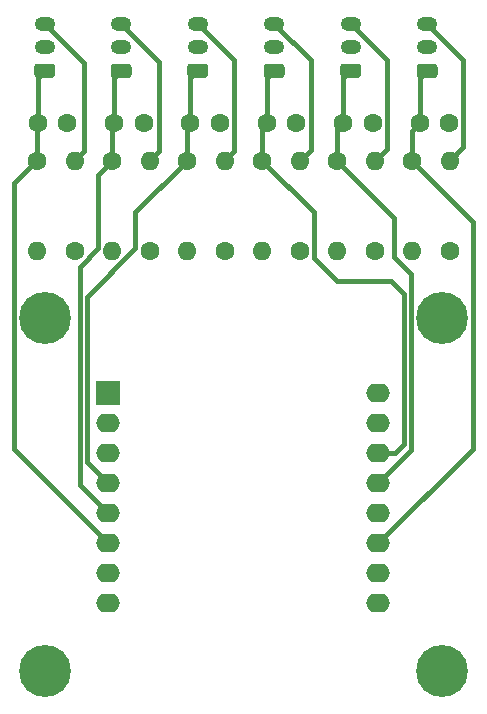
<source format=gbr>
%TF.GenerationSoftware,KiCad,Pcbnew,(5.1.9)-1*%
%TF.CreationDate,2021-04-24T19:21:59-04:00*%
%TF.ProjectId,button_box,62757474-6f6e-45f6-926f-782e6b696361,rev?*%
%TF.SameCoordinates,Original*%
%TF.FileFunction,Copper,L1,Top*%
%TF.FilePolarity,Positive*%
%FSLAX46Y46*%
G04 Gerber Fmt 4.6, Leading zero omitted, Abs format (unit mm)*
G04 Created by KiCad (PCBNEW (5.1.9)-1) date 2021-04-24 19:21:59*
%MOMM*%
%LPD*%
G01*
G04 APERTURE LIST*
%TA.AperFunction,ComponentPad*%
%ADD10C,4.400000*%
%TD*%
%TA.AperFunction,ComponentPad*%
%ADD11O,2.000000X1.600000*%
%TD*%
%TA.AperFunction,ComponentPad*%
%ADD12R,2.000000X2.000000*%
%TD*%
%TA.AperFunction,ComponentPad*%
%ADD13O,1.600000X1.600000*%
%TD*%
%TA.AperFunction,ComponentPad*%
%ADD14C,1.600000*%
%TD*%
%TA.AperFunction,ComponentPad*%
%ADD15O,1.750000X1.200000*%
%TD*%
%TA.AperFunction,Conductor*%
%ADD16C,0.400000*%
%TD*%
%TA.AperFunction,Conductor*%
%ADD17C,0.250000*%
%TD*%
G04 APERTURE END LIST*
D10*
%TO.P,hole,4*%
%TO.N,N/C*%
X107315000Y-102250000D03*
%TD*%
%TO.P,hole,3*%
%TO.N,N/C*%
X140970000Y-102250000D03*
%TD*%
%TO.P,hole,2*%
%TO.N,N/C*%
X140970000Y-132095000D03*
%TD*%
%TO.P,hole,1*%
%TO.N,N/C*%
X107315000Y-132095000D03*
%TD*%
D11*
%TO.P,U1,2*%
%TO.N,Net-(U1-Pad2)*%
X112710000Y-111140000D03*
D12*
%TO.P,U1,1*%
%TO.N,Net-(U1-Pad1)*%
X112710000Y-108600000D03*
D11*
%TO.P,U1,3*%
%TO.N,Net-(U1-Pad3)*%
X112710000Y-113680000D03*
%TO.P,U1,4*%
%TO.N,Net-(C3-Pad1)*%
X112710000Y-116220000D03*
%TO.P,U1,5*%
%TO.N,Net-(C2-Pad1)*%
X112710000Y-118760000D03*
%TO.P,U1,6*%
%TO.N,Net-(C1-Pad1)*%
X112710000Y-121300000D03*
%TO.P,U1,7*%
%TO.N,Net-(U1-Pad7)*%
X112710000Y-123840000D03*
%TO.P,U1,8*%
%TO.N,Net-(R10-Pad2)*%
X112710000Y-126380000D03*
%TO.P,U1,9*%
%TO.N,Net-(R1-Pad1)*%
X135570000Y-126380000D03*
%TO.P,U1,10*%
%TO.N,Net-(C1-Pad2)*%
X135570000Y-123840000D03*
%TO.P,U1,11*%
%TO.N,Net-(C6-Pad1)*%
X135570000Y-121300000D03*
%TO.P,U1,12*%
%TO.N,Net-(U1-Pad12)*%
X135570000Y-118760000D03*
%TO.P,U1,13*%
%TO.N,Net-(C5-Pad1)*%
X135570000Y-116220000D03*
%TO.P,U1,14*%
%TO.N,Net-(C4-Pad1)*%
X135570000Y-113680000D03*
%TO.P,U1,15*%
%TO.N,Net-(U1-Pad15)*%
X135570000Y-111140000D03*
%TO.P,U1,16*%
%TO.N,Net-(U1-Pad16)*%
X135570000Y-108600000D03*
%TD*%
D13*
%TO.P,R3,2*%
%TO.N,Net-(J4-Pad3)*%
X122555000Y-88900000D03*
D14*
%TO.P,R3,1*%
%TO.N,Net-(R1-Pad1)*%
X122555000Y-96520000D03*
%TD*%
%TO.P,C1,1*%
%TO.N,Net-(C1-Pad1)*%
X106720000Y-85725000D03*
%TO.P,C1,2*%
%TO.N,Net-(C1-Pad2)*%
X109220000Y-85725000D03*
%TD*%
%TO.P,C2,2*%
%TO.N,Net-(C1-Pad2)*%
X115689000Y-85725000D03*
%TO.P,C2,1*%
%TO.N,Net-(C2-Pad1)*%
X113189000Y-85725000D03*
%TD*%
%TO.P,C3,2*%
%TO.N,Net-(C1-Pad2)*%
X122158000Y-85725000D03*
%TO.P,C3,1*%
%TO.N,Net-(C3-Pad1)*%
X119658000Y-85725000D03*
%TD*%
%TO.P,C4,1*%
%TO.N,Net-(C4-Pad1)*%
X126127000Y-85725000D03*
%TO.P,C4,2*%
%TO.N,Net-(C1-Pad2)*%
X128627000Y-85725000D03*
%TD*%
%TO.P,C5,2*%
%TO.N,Net-(C1-Pad2)*%
X135096000Y-85725000D03*
%TO.P,C5,1*%
%TO.N,Net-(C5-Pad1)*%
X132596000Y-85725000D03*
%TD*%
%TO.P,C6,1*%
%TO.N,Net-(C6-Pad1)*%
X139065000Y-85725000D03*
%TO.P,C6,2*%
%TO.N,Net-(C1-Pad2)*%
X141565000Y-85725000D03*
%TD*%
D15*
%TO.P,JST6,3*%
%TO.N,Net-(J1-Pad3)*%
X139700000Y-77280000D03*
%TO.P,JST6,2*%
%TO.N,Net-(C1-Pad2)*%
X139700000Y-79280000D03*
%TO.P,JST6,1*%
%TO.N,Net-(C6-Pad1)*%
%TA.AperFunction,ComponentPad*%
G36*
G01*
X140325001Y-81880000D02*
X139074999Y-81880000D01*
G75*
G02*
X138825000Y-81630001I0J249999D01*
G01*
X138825000Y-80929999D01*
G75*
G02*
X139074999Y-80680000I249999J0D01*
G01*
X140325001Y-80680000D01*
G75*
G02*
X140575000Y-80929999I0J-249999D01*
G01*
X140575000Y-81630001D01*
G75*
G02*
X140325001Y-81880000I-249999J0D01*
G01*
G37*
%TD.AperFunction*%
%TD*%
%TO.P,JST5,1*%
%TO.N,Net-(C5-Pad1)*%
%TA.AperFunction,ComponentPad*%
G36*
G01*
X133848001Y-81880000D02*
X132597999Y-81880000D01*
G75*
G02*
X132348000Y-81630001I0J249999D01*
G01*
X132348000Y-80929999D01*
G75*
G02*
X132597999Y-80680000I249999J0D01*
G01*
X133848001Y-80680000D01*
G75*
G02*
X134098000Y-80929999I0J-249999D01*
G01*
X134098000Y-81630001D01*
G75*
G02*
X133848001Y-81880000I-249999J0D01*
G01*
G37*
%TD.AperFunction*%
%TO.P,JST5,2*%
%TO.N,Net-(C1-Pad2)*%
X133223000Y-79280000D03*
%TO.P,JST5,3*%
%TO.N,Net-(J2-Pad3)*%
X133223000Y-77280000D03*
%TD*%
%TO.P,JST4,3*%
%TO.N,Net-(J3-Pad3)*%
X126746000Y-77280000D03*
%TO.P,JST4,2*%
%TO.N,Net-(C1-Pad2)*%
X126746000Y-79280000D03*
%TO.P,JST4,1*%
%TO.N,Net-(C4-Pad1)*%
%TA.AperFunction,ComponentPad*%
G36*
G01*
X127371001Y-81880000D02*
X126120999Y-81880000D01*
G75*
G02*
X125871000Y-81630001I0J249999D01*
G01*
X125871000Y-80929999D01*
G75*
G02*
X126120999Y-80680000I249999J0D01*
G01*
X127371001Y-80680000D01*
G75*
G02*
X127621000Y-80929999I0J-249999D01*
G01*
X127621000Y-81630001D01*
G75*
G02*
X127371001Y-81880000I-249999J0D01*
G01*
G37*
%TD.AperFunction*%
%TD*%
%TO.P,JST3,1*%
%TO.N,Net-(C3-Pad1)*%
%TA.AperFunction,ComponentPad*%
G36*
G01*
X120894001Y-81880000D02*
X119643999Y-81880000D01*
G75*
G02*
X119394000Y-81630001I0J249999D01*
G01*
X119394000Y-80929999D01*
G75*
G02*
X119643999Y-80680000I249999J0D01*
G01*
X120894001Y-80680000D01*
G75*
G02*
X121144000Y-80929999I0J-249999D01*
G01*
X121144000Y-81630001D01*
G75*
G02*
X120894001Y-81880000I-249999J0D01*
G01*
G37*
%TD.AperFunction*%
%TO.P,JST3,2*%
%TO.N,Net-(C1-Pad2)*%
X120269000Y-79280000D03*
%TO.P,JST3,3*%
%TO.N,Net-(J4-Pad3)*%
X120269000Y-77280000D03*
%TD*%
%TO.P,JST2,3*%
%TO.N,Net-(J5-Pad3)*%
X113792000Y-77280000D03*
%TO.P,JST2,2*%
%TO.N,Net-(C1-Pad2)*%
X113792000Y-79280000D03*
%TO.P,JST2,1*%
%TO.N,Net-(C2-Pad1)*%
%TA.AperFunction,ComponentPad*%
G36*
G01*
X114417001Y-81880000D02*
X113166999Y-81880000D01*
G75*
G02*
X112917000Y-81630001I0J249999D01*
G01*
X112917000Y-80929999D01*
G75*
G02*
X113166999Y-80680000I249999J0D01*
G01*
X114417001Y-80680000D01*
G75*
G02*
X114667000Y-80929999I0J-249999D01*
G01*
X114667000Y-81630001D01*
G75*
G02*
X114417001Y-81880000I-249999J0D01*
G01*
G37*
%TD.AperFunction*%
%TD*%
%TO.P,JST1,3*%
%TO.N,Net-(J6-Pad3)*%
X107315000Y-77280000D03*
%TO.P,JST1,2*%
%TO.N,Net-(C1-Pad2)*%
X107315000Y-79280000D03*
%TO.P,JST1,1*%
%TO.N,Net-(C1-Pad1)*%
%TA.AperFunction,ComponentPad*%
G36*
G01*
X107940001Y-81880000D02*
X106689999Y-81880000D01*
G75*
G02*
X106440000Y-81630001I0J249999D01*
G01*
X106440000Y-80929999D01*
G75*
G02*
X106689999Y-80680000I249999J0D01*
G01*
X107940001Y-80680000D01*
G75*
G02*
X108190000Y-80929999I0J-249999D01*
G01*
X108190000Y-81630001D01*
G75*
G02*
X107940001Y-81880000I-249999J0D01*
G01*
G37*
%TD.AperFunction*%
%TD*%
D13*
%TO.P,R1,2*%
%TO.N,Net-(J6-Pad3)*%
X109855000Y-88900000D03*
D14*
%TO.P,R1,1*%
%TO.N,Net-(R1-Pad1)*%
X109855000Y-96520000D03*
%TD*%
%TO.P,R2,1*%
%TO.N,Net-(R1-Pad1)*%
X116205000Y-96520000D03*
D13*
%TO.P,R2,2*%
%TO.N,Net-(J5-Pad3)*%
X116205000Y-88900000D03*
%TD*%
D14*
%TO.P,R4,1*%
%TO.N,Net-(R1-Pad1)*%
X128905000Y-96520000D03*
D13*
%TO.P,R4,2*%
%TO.N,Net-(J3-Pad3)*%
X128905000Y-88900000D03*
%TD*%
%TO.P,R5,2*%
%TO.N,Net-(J2-Pad3)*%
X135255000Y-88900000D03*
D14*
%TO.P,R5,1*%
%TO.N,Net-(R1-Pad1)*%
X135255000Y-96520000D03*
%TD*%
%TO.P,R6,1*%
%TO.N,Net-(R1-Pad1)*%
X141605000Y-96520000D03*
D13*
%TO.P,R6,2*%
%TO.N,Net-(J1-Pad3)*%
X141605000Y-88900000D03*
%TD*%
%TO.P,4.7K,2*%
%TO.N,Net-(R10-Pad2)*%
X106680000Y-96520000D03*
D14*
%TO.P,4.7K,1*%
%TO.N,Net-(C1-Pad1)*%
X106680000Y-88900000D03*
%TD*%
%TO.P,4.7K,1*%
%TO.N,Net-(C2-Pad1)*%
X113030000Y-88900000D03*
D13*
%TO.P,4.7K,2*%
%TO.N,Net-(R10-Pad2)*%
X113030000Y-96520000D03*
%TD*%
%TO.P,4.7K,2*%
%TO.N,Net-(R10-Pad2)*%
X119380000Y-96520000D03*
D14*
%TO.P,4.7K,1*%
%TO.N,Net-(C3-Pad1)*%
X119380000Y-88900000D03*
%TD*%
%TO.P,4.7K,1*%
%TO.N,Net-(C4-Pad1)*%
X125730000Y-88900000D03*
D13*
%TO.P,4.7K,2*%
%TO.N,Net-(R10-Pad2)*%
X125730000Y-96520000D03*
%TD*%
%TO.P,4.7K,2*%
%TO.N,Net-(R10-Pad2)*%
X132080000Y-96520000D03*
D14*
%TO.P,4.7K,1*%
%TO.N,Net-(C5-Pad1)*%
X132080000Y-88900000D03*
%TD*%
%TO.P,4.7K,1*%
%TO.N,Net-(C6-Pad1)*%
X138430000Y-88900000D03*
D13*
%TO.P,4.7K,2*%
%TO.N,Net-(R10-Pad2)*%
X138430000Y-96520000D03*
%TD*%
D16*
%TO.N,Net-(C1-Pad1)*%
X106680000Y-85765000D02*
X106720000Y-85725000D01*
X106680000Y-88900000D02*
X106680000Y-85765000D01*
X106720000Y-81875000D02*
X107315000Y-81280000D01*
X106720000Y-85725000D02*
X106720000Y-81875000D01*
X104714999Y-90820000D02*
X106680000Y-88854999D01*
X112710000Y-121300000D02*
X104714999Y-113304999D01*
X104714999Y-113304999D02*
X104714999Y-90820000D01*
%TO.N,Net-(C2-Pad1)*%
X113030000Y-85884000D02*
X113189000Y-85725000D01*
X113030000Y-88900000D02*
X113030000Y-85884000D01*
X113189000Y-81883000D02*
X113792000Y-81280000D01*
X113189000Y-85725000D02*
X113189000Y-81883000D01*
X111829999Y-96321003D02*
X111829999Y-90100001D01*
X111829999Y-90100001D02*
X113030000Y-88900000D01*
X110270990Y-97880012D02*
X111829999Y-96321003D01*
X112710000Y-118760000D02*
X110270990Y-116320990D01*
X110270990Y-116320990D02*
X110270990Y-97880012D01*
%TO.N,Net-(C3-Pad1)*%
X119380000Y-86003000D02*
X119658000Y-85725000D01*
X119380000Y-88900000D02*
X119380000Y-86003000D01*
X119658000Y-81891000D02*
X120269000Y-81280000D01*
X119658000Y-85725000D02*
X119658000Y-81891000D01*
X119380000Y-88900000D02*
X118873998Y-88900000D01*
X112710000Y-116220000D02*
X110871000Y-114381000D01*
X115004999Y-93275001D02*
X119380000Y-88900000D01*
X115004999Y-96321003D02*
X115004999Y-93275001D01*
X110871000Y-100455002D02*
X115004999Y-96321003D01*
X110871000Y-114381000D02*
X110871000Y-100455002D01*
%TO.N,Net-(C4-Pad1)*%
X125730000Y-86122000D02*
X126127000Y-85725000D01*
X125730000Y-88900000D02*
X125730000Y-86122000D01*
X126127000Y-81899000D02*
X126746000Y-81280000D01*
X126127000Y-85725000D02*
X126127000Y-81899000D01*
X130105001Y-93275001D02*
X125730000Y-88900000D01*
X130105001Y-97096001D02*
X130105001Y-93275001D01*
X132087012Y-99078012D02*
X130105001Y-97096001D01*
X136970000Y-113680000D02*
X137769989Y-112880011D01*
X135570000Y-113680000D02*
X136970000Y-113680000D01*
X137769989Y-112880011D02*
X137769989Y-100192989D01*
X136655012Y-99078012D02*
X132087012Y-99078012D01*
X137769989Y-100192989D02*
X136655012Y-99078012D01*
%TO.N,Net-(C5-Pad1)*%
X132080000Y-86241000D02*
X132596000Y-85725000D01*
X132080000Y-88900000D02*
X132080000Y-86241000D01*
X132596000Y-81907000D02*
X133223000Y-81280000D01*
X132596000Y-85725000D02*
X132596000Y-81907000D01*
X138369999Y-113420001D02*
X138369999Y-98506999D01*
X135570000Y-116220000D02*
X138369999Y-113420001D01*
X138369999Y-98506999D02*
X136906000Y-97043000D01*
X136906000Y-93726000D02*
X132080000Y-88900000D01*
X136906000Y-97043000D02*
X136906000Y-93726000D01*
%TO.N,Net-(C6-Pad1)*%
X138430000Y-86360000D02*
X139065000Y-85725000D01*
X138430000Y-88900000D02*
X138430000Y-86360000D01*
X139065000Y-81915000D02*
X139700000Y-81280000D01*
X139065000Y-85725000D02*
X139065000Y-81915000D01*
D17*
X135570000Y-121300000D02*
X134821004Y-121300000D01*
X138430000Y-88915000D02*
X138430000Y-88900000D01*
D16*
X143570001Y-94040001D02*
X138430000Y-88900000D01*
X143570001Y-113299999D02*
X143570001Y-94040001D01*
X135570000Y-121300000D02*
X143570001Y-113299999D01*
%TO.N,Net-(J1-Pad3)*%
X142765001Y-80345001D02*
X139700000Y-77280000D01*
X142765001Y-87739999D02*
X142765001Y-80345001D01*
X141605000Y-88900000D02*
X142765001Y-87739999D01*
%TO.N,Net-(J2-Pad3)*%
X136296001Y-80353001D02*
X133223000Y-77280000D01*
X136296001Y-87858999D02*
X136296001Y-80353001D01*
X135255000Y-88900000D02*
X136296001Y-87858999D01*
%TO.N,Net-(J3-Pad3)*%
X129827001Y-80361001D02*
X126746000Y-77280000D01*
X129827001Y-87977999D02*
X129827001Y-80361001D01*
X128905000Y-88900000D02*
X129827001Y-87977999D01*
%TO.N,Net-(J4-Pad3)*%
X123358001Y-80369001D02*
X120269000Y-77280000D01*
X123358001Y-88096999D02*
X123358001Y-80369001D01*
X122555000Y-88900000D02*
X123358001Y-88096999D01*
%TO.N,Net-(J5-Pad3)*%
X117004999Y-80492999D02*
X113792000Y-77280000D01*
X117004999Y-88100001D02*
X117004999Y-80492999D01*
X116205000Y-88900000D02*
X117004999Y-88100001D01*
%TO.N,Net-(J6-Pad3)*%
X110654999Y-88100001D02*
X110654999Y-80619999D01*
X110654999Y-80619999D02*
X107315000Y-77280000D01*
X109855000Y-88900000D02*
X110654999Y-88100001D01*
%TD*%
M02*

</source>
